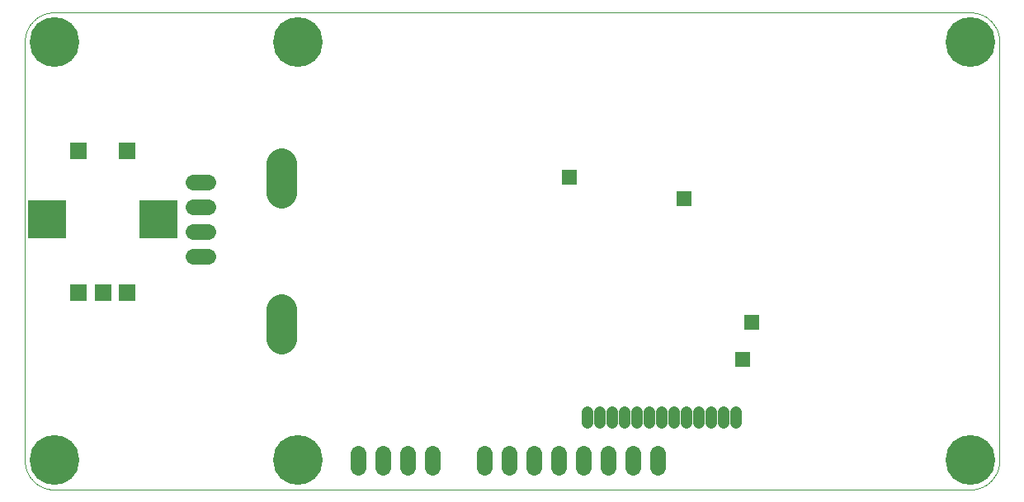
<source format=gbs>
G75*
%MOIN*%
%OFA0B0*%
%FSLAX25Y25*%
%IPPOS*%
%LPD*%
%AMOC8*
5,1,8,0,0,1.08239X$1,22.5*
%
%ADD10C,0.00394*%
%ADD11C,0.04762*%
%ADD12C,0.12211*%
%ADD13R,0.07093X0.07093*%
%ADD14R,0.15361X0.15361*%
%ADD15C,0.06337*%
%ADD16C,0.20085*%
%ADD17R,0.06306X0.06306*%
D10*
X0027595Y0013833D02*
X0027595Y0183125D01*
X0027598Y0183410D01*
X0027609Y0183696D01*
X0027626Y0183981D01*
X0027650Y0184265D01*
X0027681Y0184549D01*
X0027719Y0184832D01*
X0027764Y0185113D01*
X0027815Y0185394D01*
X0027873Y0185674D01*
X0027938Y0185952D01*
X0028010Y0186228D01*
X0028088Y0186502D01*
X0028173Y0186775D01*
X0028265Y0187045D01*
X0028363Y0187313D01*
X0028467Y0187579D01*
X0028578Y0187842D01*
X0028695Y0188102D01*
X0028818Y0188360D01*
X0028948Y0188614D01*
X0029084Y0188865D01*
X0029225Y0189113D01*
X0029373Y0189357D01*
X0029526Y0189598D01*
X0029686Y0189834D01*
X0029851Y0190067D01*
X0030021Y0190296D01*
X0030197Y0190521D01*
X0030379Y0190741D01*
X0030565Y0190957D01*
X0030757Y0191168D01*
X0030954Y0191375D01*
X0031156Y0191577D01*
X0031363Y0191774D01*
X0031574Y0191966D01*
X0031790Y0192152D01*
X0032010Y0192334D01*
X0032235Y0192510D01*
X0032464Y0192680D01*
X0032697Y0192845D01*
X0032933Y0193005D01*
X0033174Y0193158D01*
X0033418Y0193306D01*
X0033666Y0193447D01*
X0033917Y0193583D01*
X0034171Y0193713D01*
X0034429Y0193836D01*
X0034689Y0193953D01*
X0034952Y0194064D01*
X0035218Y0194168D01*
X0035486Y0194266D01*
X0035756Y0194358D01*
X0036029Y0194443D01*
X0036303Y0194521D01*
X0036579Y0194593D01*
X0036857Y0194658D01*
X0037137Y0194716D01*
X0037418Y0194767D01*
X0037699Y0194812D01*
X0037982Y0194850D01*
X0038266Y0194881D01*
X0038550Y0194905D01*
X0038835Y0194922D01*
X0039121Y0194933D01*
X0039406Y0194936D01*
X0409485Y0194936D01*
X0409770Y0194933D01*
X0410056Y0194922D01*
X0410341Y0194905D01*
X0410625Y0194881D01*
X0410909Y0194850D01*
X0411192Y0194812D01*
X0411473Y0194767D01*
X0411754Y0194716D01*
X0412034Y0194658D01*
X0412312Y0194593D01*
X0412588Y0194521D01*
X0412862Y0194443D01*
X0413135Y0194358D01*
X0413405Y0194266D01*
X0413673Y0194168D01*
X0413939Y0194064D01*
X0414202Y0193953D01*
X0414462Y0193836D01*
X0414720Y0193713D01*
X0414974Y0193583D01*
X0415225Y0193447D01*
X0415473Y0193306D01*
X0415717Y0193158D01*
X0415958Y0193005D01*
X0416194Y0192845D01*
X0416427Y0192680D01*
X0416656Y0192510D01*
X0416881Y0192334D01*
X0417101Y0192152D01*
X0417317Y0191966D01*
X0417528Y0191774D01*
X0417735Y0191577D01*
X0417937Y0191375D01*
X0418134Y0191168D01*
X0418326Y0190957D01*
X0418512Y0190741D01*
X0418694Y0190521D01*
X0418870Y0190296D01*
X0419040Y0190067D01*
X0419205Y0189834D01*
X0419365Y0189598D01*
X0419518Y0189357D01*
X0419666Y0189113D01*
X0419807Y0188865D01*
X0419943Y0188614D01*
X0420073Y0188360D01*
X0420196Y0188102D01*
X0420313Y0187842D01*
X0420424Y0187579D01*
X0420528Y0187313D01*
X0420626Y0187045D01*
X0420718Y0186775D01*
X0420803Y0186502D01*
X0420881Y0186228D01*
X0420953Y0185952D01*
X0421018Y0185674D01*
X0421076Y0185394D01*
X0421127Y0185113D01*
X0421172Y0184832D01*
X0421210Y0184549D01*
X0421241Y0184265D01*
X0421265Y0183981D01*
X0421282Y0183696D01*
X0421293Y0183410D01*
X0421296Y0183125D01*
X0421296Y0013833D01*
X0421293Y0013548D01*
X0421282Y0013262D01*
X0421265Y0012977D01*
X0421241Y0012693D01*
X0421210Y0012409D01*
X0421172Y0012126D01*
X0421127Y0011845D01*
X0421076Y0011564D01*
X0421018Y0011284D01*
X0420953Y0011006D01*
X0420881Y0010730D01*
X0420803Y0010456D01*
X0420718Y0010183D01*
X0420626Y0009913D01*
X0420528Y0009645D01*
X0420424Y0009379D01*
X0420313Y0009116D01*
X0420196Y0008856D01*
X0420073Y0008598D01*
X0419943Y0008344D01*
X0419807Y0008093D01*
X0419666Y0007845D01*
X0419518Y0007601D01*
X0419365Y0007360D01*
X0419205Y0007124D01*
X0419040Y0006891D01*
X0418870Y0006662D01*
X0418694Y0006437D01*
X0418512Y0006217D01*
X0418326Y0006001D01*
X0418134Y0005790D01*
X0417937Y0005583D01*
X0417735Y0005381D01*
X0417528Y0005184D01*
X0417317Y0004992D01*
X0417101Y0004806D01*
X0416881Y0004624D01*
X0416656Y0004448D01*
X0416427Y0004278D01*
X0416194Y0004113D01*
X0415958Y0003953D01*
X0415717Y0003800D01*
X0415473Y0003652D01*
X0415225Y0003511D01*
X0414974Y0003375D01*
X0414720Y0003245D01*
X0414462Y0003122D01*
X0414202Y0003005D01*
X0413939Y0002894D01*
X0413673Y0002790D01*
X0413405Y0002692D01*
X0413135Y0002600D01*
X0412862Y0002515D01*
X0412588Y0002437D01*
X0412312Y0002365D01*
X0412034Y0002300D01*
X0411754Y0002242D01*
X0411473Y0002191D01*
X0411192Y0002146D01*
X0410909Y0002108D01*
X0410625Y0002077D01*
X0410341Y0002053D01*
X0410056Y0002036D01*
X0409770Y0002025D01*
X0409485Y0002022D01*
X0039406Y0002022D01*
X0039121Y0002025D01*
X0038835Y0002036D01*
X0038550Y0002053D01*
X0038266Y0002077D01*
X0037982Y0002108D01*
X0037699Y0002146D01*
X0037418Y0002191D01*
X0037137Y0002242D01*
X0036857Y0002300D01*
X0036579Y0002365D01*
X0036303Y0002437D01*
X0036029Y0002515D01*
X0035756Y0002600D01*
X0035486Y0002692D01*
X0035218Y0002790D01*
X0034952Y0002894D01*
X0034689Y0003005D01*
X0034429Y0003122D01*
X0034171Y0003245D01*
X0033917Y0003375D01*
X0033666Y0003511D01*
X0033418Y0003652D01*
X0033174Y0003800D01*
X0032933Y0003953D01*
X0032697Y0004113D01*
X0032464Y0004278D01*
X0032235Y0004448D01*
X0032010Y0004624D01*
X0031790Y0004806D01*
X0031574Y0004992D01*
X0031363Y0005184D01*
X0031156Y0005381D01*
X0030954Y0005583D01*
X0030757Y0005790D01*
X0030565Y0006001D01*
X0030379Y0006217D01*
X0030197Y0006437D01*
X0030021Y0006662D01*
X0029851Y0006891D01*
X0029686Y0007124D01*
X0029526Y0007360D01*
X0029373Y0007601D01*
X0029225Y0007845D01*
X0029084Y0008093D01*
X0028948Y0008344D01*
X0028818Y0008598D01*
X0028695Y0008856D01*
X0028578Y0009116D01*
X0028467Y0009379D01*
X0028363Y0009645D01*
X0028265Y0009913D01*
X0028173Y0010183D01*
X0028088Y0010456D01*
X0028010Y0010730D01*
X0027938Y0011006D01*
X0027873Y0011284D01*
X0027815Y0011564D01*
X0027764Y0011845D01*
X0027719Y0012126D01*
X0027681Y0012409D01*
X0027650Y0012693D01*
X0027626Y0012977D01*
X0027609Y0013262D01*
X0027598Y0013548D01*
X0027595Y0013833D01*
D11*
X0254879Y0028975D02*
X0254879Y0033337D01*
X0259879Y0033337D02*
X0259879Y0028975D01*
X0264879Y0028975D02*
X0264879Y0033337D01*
X0269879Y0033337D02*
X0269879Y0028975D01*
X0274879Y0028975D02*
X0274879Y0033337D01*
X0279879Y0033337D02*
X0279879Y0028975D01*
X0284879Y0028975D02*
X0284879Y0033337D01*
X0289879Y0033337D02*
X0289879Y0028975D01*
X0294879Y0028975D02*
X0294879Y0033337D01*
X0299879Y0033337D02*
X0299879Y0028975D01*
X0304879Y0028975D02*
X0304879Y0033337D01*
X0309879Y0033337D02*
X0309879Y0028975D01*
X0314879Y0028975D02*
X0314879Y0033337D01*
D12*
X0131335Y0063046D02*
X0131335Y0074857D01*
X0131335Y0122101D02*
X0131335Y0133912D01*
D13*
X0068934Y0138833D03*
X0049249Y0138833D03*
X0049249Y0081747D03*
X0059091Y0081747D03*
X0068934Y0081747D03*
D14*
X0081532Y0111274D03*
X0036650Y0111274D03*
D15*
X0095493Y0106274D02*
X0101430Y0106274D01*
X0101430Y0096274D02*
X0095493Y0096274D01*
X0095493Y0116274D02*
X0101430Y0116274D01*
X0101430Y0126274D02*
X0095493Y0126274D01*
X0162201Y0016802D02*
X0162201Y0010865D01*
X0172201Y0010865D02*
X0172201Y0016802D01*
X0182201Y0016802D02*
X0182201Y0010865D01*
X0192201Y0010865D02*
X0192201Y0016802D01*
X0213068Y0016802D02*
X0213068Y0010865D01*
X0223068Y0010865D02*
X0223068Y0016802D01*
X0233068Y0016802D02*
X0233068Y0010865D01*
X0243068Y0010865D02*
X0243068Y0016802D01*
X0253068Y0016802D02*
X0253068Y0010865D01*
X0263068Y0010865D02*
X0263068Y0016802D01*
X0273068Y0016802D02*
X0273068Y0010865D01*
X0283068Y0010865D02*
X0283068Y0016802D01*
D16*
X0409485Y0013833D03*
X0137831Y0013833D03*
X0039406Y0013833D03*
X0039406Y0183125D03*
X0137831Y0183125D03*
X0409485Y0183125D03*
D17*
X0293845Y0119522D03*
X0247595Y0128272D03*
X0321345Y0069522D03*
X0317595Y0054522D03*
M02*

</source>
